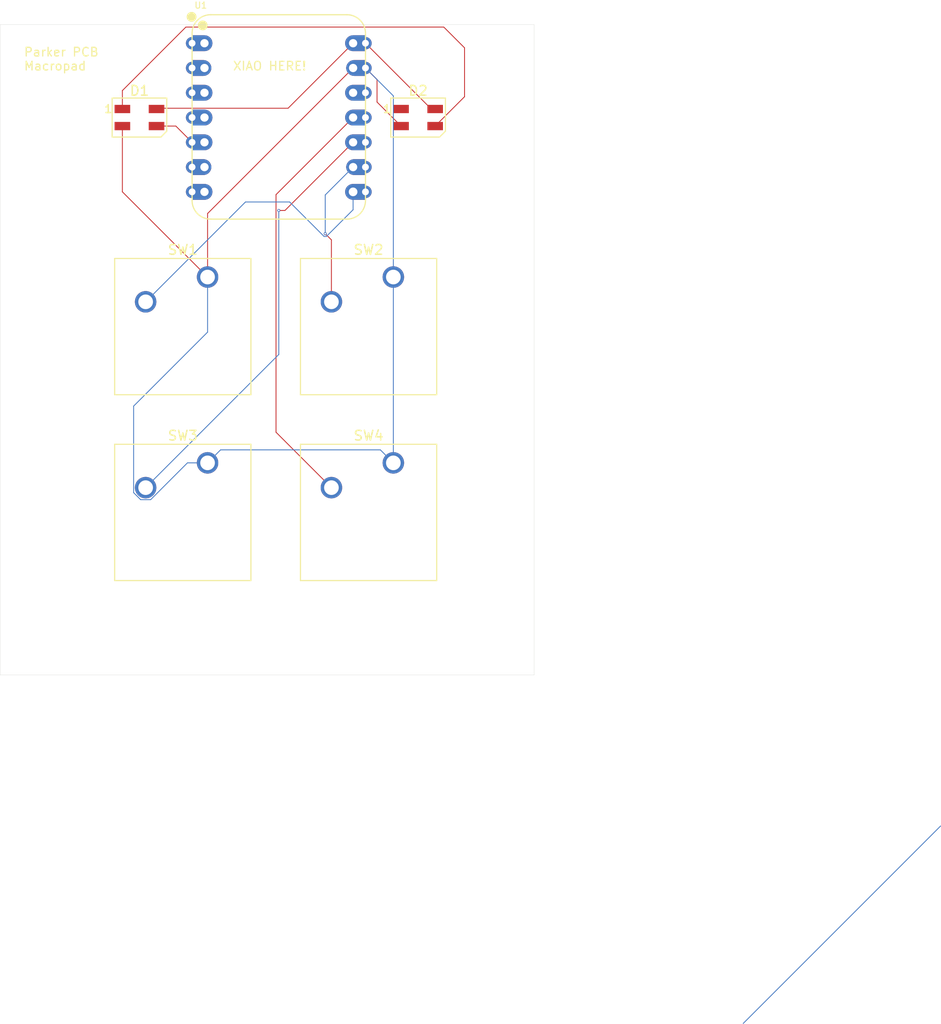
<source format=kicad_pcb>
(kicad_pcb (version 20241229) (generator "pcbnew") (generator_version "9.0")
  (layers (0 "F.Cu" signal) (4 "In1.Cu" signal) (6 "In2.Cu" jumper) (2 "B.Cu" power) (13 "F.Paste" user) (15 "B.Paste" user) (5 "F.SilkS" user "F.Silkscreen") (7 "B.SilkS" user "B.Silkscreen") (1 "F.Mask" user) (3 "B.Mask" user) (25 "Edge.Cuts" user))
  (net 0 "")
  (net 1 "Net-(D1-DIN)")
  (net 2 "Net-(D1-DOUT)")
  (net 3 "GND")
  (net 4 "+5V")
  (net 6 "Net-(U1-GPIO1{slash}RX)")
  (net 7 "Net-(U1-GPIO2{slash}SCK)")
  (net 8 "Net-(U1-GPIO4{slash}MISO)")
  (net 9 "Net-(U1-GPIO3{slash}MOSI)")
  (net 10 "VCC_3V3")
  (footprint "Button_Switch_Keyboard:SW_Cherry_MX_1.00u_PCB" (layer "F.Cu") (at 106.9975 97.31375)
    (property "Reference" "SW4" (at -2.54 -2.794 0) (layer "F.SilkS"))
    (property "Value" "SW_Push")
    (fp_line (start -9.525 -1.905) (end 4.445 -1.905) (stroke (width 0.12)) (layer "F.SilkS"))
    (fp_line (start -9.525 12.065) (end -9.525 -1.905) (stroke (width 0.12)) (layer "F.SilkS"))
    (fp_line (start 4.445 -1.905) (end 4.445 12.065) (stroke (width 0.12)) (layer "F.SilkS"))
    (fp_line (start 4.445 12.065) (end -9.525 12.065) (stroke (width 0.12)) (layer "F.SilkS"))
    (pad "" np_thru_hole circle (at -7.62 5.08) (size 1.7 1.7) (drill 1.7) (layers "*.Cu" "*.Mask"))
    (pad "" np_thru_hole circle (at -2.54 5.08) (size 4 4) (drill 4) (layers "*.Cu" "*.Mask"))
    (pad "" np_thru_hole circle (at 2.54 5.08) (size 1.7 1.7) (drill 1.7) (layers "*.Cu" "*.Mask"))
    (pad "1" thru_hole circle (at 0 0) (size 2.2 2.2) (drill 1.5) (layers "*.Cu" "*.Mask") (net 3 "GND"))
    (pad "2" thru_hole circle (at -6.35 2.54) (size 2.2 2.2) (drill 1.5) (layers "*.Cu" "*.Mask") (net 9 "Net-(U1-GPIO3{slash}MOSI)"))
  )
  (footprint "Button_Switch_Keyboard:SW_Cherry_MX_1.00u_PCB" (layer "F.Cu") (at 87.9475 78.26375)
    (property "Reference" "SW1" (at -2.54 -2.794 0) (layer "F.SilkS"))
    (property "Value" "SW_Push")
    (fp_line (start -9.525 -1.905) (end 4.445 -1.905) (stroke (width 0.12)) (layer "F.SilkS"))
    (fp_line (start -9.525 12.065) (end -9.525 -1.905) (stroke (width 0.12)) (layer "F.SilkS"))
    (fp_line (start 4.445 -1.905) (end 4.445 12.065) (stroke (width 0.12)) (layer "F.SilkS"))
    (fp_line (start 4.445 12.065) (end -9.525 12.065) (stroke (width 0.12)) (layer "F.SilkS"))
    (pad "" np_thru_hole circle (at -7.62 5.08) (size 1.7 1.7) (drill 1.7) (layers "*.Cu" "*.Mask"))
    (pad "" np_thru_hole circle (at -2.54 5.08) (size 4 4) (drill 4) (layers "*.Cu" "*.Mask"))
    (pad "" np_thru_hole circle (at 2.54 5.08) (size 1.7 1.7) (drill 1.7) (layers "*.Cu" "*.Mask"))
    (pad "1" thru_hole circle (at 0 0) (size 2.2 2.2) (drill 1.5) (layers "*.Cu" "*.Mask") (net 3 "GND"))
    (pad "2" thru_hole circle (at -6.35 2.54) (size 2.2 2.2) (drill 1.5) (layers "*.Cu" "*.Mask") (net 6 "Net-(U1-GPIO1{slash}RX)"))
  )
  (footprint "Button_Switch_Keyboard:SW_Cherry_MX_1.00u_PCB" (layer "F.Cu") (at 87.9475 97.31375)
    (property "Reference" "SW3" (at -2.54 -2.794 0) (layer "F.SilkS"))
    (property "Value" "SW_Push")
    (fp_line (start -9.525 -1.905) (end 4.445 -1.905) (stroke (width 0.12)) (layer "F.SilkS"))
    (fp_line (start -9.525 12.065) (end -9.525 -1.905) (stroke (width 0.12)) (layer "F.SilkS"))
    (fp_line (start 4.445 -1.905) (end 4.445 12.065) (stroke (width 0.12)) (layer "F.SilkS"))
    (fp_line (start 4.445 12.065) (end -9.525 12.065) (stroke (width 0.12)) (layer "F.SilkS"))
    (pad "" np_thru_hole circle (at -7.62 5.08) (size 1.7 1.7) (drill 1.7) (layers "*.Cu" "*.Mask"))
    (pad "" np_thru_hole circle (at -2.54 5.08) (size 4 4) (drill 4) (layers "*.Cu" "*.Mask"))
    (pad "" np_thru_hole circle (at 2.54 5.08) (size 1.7 1.7) (drill 1.7) (layers "*.Cu" "*.Mask"))
    (pad "1" thru_hole circle (at 0 0) (size 2.2 2.2) (drill 1.5) (layers "*.Cu" "*.Mask") (net 3 "GND"))
    (pad "2" thru_hole circle (at -6.35 2.54) (size 2.2 2.2) (drill 1.5) (layers "*.Cu" "*.Mask") (net 8 "Net-(U1-GPIO4{slash}MISO)"))
  )
  (footprint "LED_SMD:LED_SK6812MINI_PLCC4_3.5x3.5mm_P1.75mm" (layer "F.Cu") (at 109.5375 61.9125)
    (property "Reference" "D2" (at 0 -2.75 0) (layer "F.SilkS"))
    (property "Value" "SK6812MINI")
    (fp_line (start -2.8 -2) (end -2.8 2) (stroke (width 0.12)) (layer "F.SilkS"))
    (fp_line (start -2.8 -2) (end 2.8 -2) (stroke (width 0.12)) (layer "F.SilkS"))
    (fp_line (start -2.8 2) (end 2.2 2) (stroke (width 0.12)) (layer "F.SilkS"))
    (fp_line (start 2.8 1.4) (end 2.2 2) (stroke (width 0.12)) (layer "F.SilkS"))
    (fp_line (start 2.8 1.4) (end 2.8 -2) (stroke (width 0.12)) (layer "F.SilkS"))
    (fp_text user "1" (at -3.2 -0.875 0) (layer "F.SilkS") (effects (font (size 0.8 0.8))))
    (pad "1" smd rect (at -1.75 -0.875) (size 1.6 0.85) (layers "F.Cu" "F.Mask" "F.Paste"))
    (pad "2" smd rect (at -1.75 0.875) (size 1.6 0.85) (layers "F.Cu" "F.Mask" "F.Paste") (net 3 "GND"))
    (pad "3" smd rect (at 1.75 0.875) (size 1.6 0.85) (layers "F.Cu" "F.Mask" "F.Paste") (net 2 "Net-(D1-DOUT)"))
    (pad "4" smd rect (at 1.75 -0.875) (size 1.6 0.85) (layers "F.Cu" "F.Mask" "F.Paste") (net 4 "+5V"))
  )
  (footprint "LED_SMD:LED_SK6812MINI_PLCC4_3.5x3.5mm_P1.75mm" (layer "F.Cu") (at 80.9625 61.9125)
    (property "Reference" "D1" (at 0 -2.75 0) (layer "F.SilkS"))
    (property "Value" "SK6812MINI")
    (fp_line (start -2.8 -2) (end -2.8 2) (stroke (width 0.12)) (layer "F.SilkS"))
    (fp_line (start -2.8 -2) (end 2.8 -2) (stroke (width 0.12)) (layer "F.SilkS"))
    (fp_line (start -2.8 2) (end 2.2 2) (stroke (width 0.12)) (layer "F.SilkS"))
    (fp_line (start 2.8 1.4) (end 2.2 2) (stroke (width 0.12)) (layer "F.SilkS"))
    (fp_line (start 2.8 1.4) (end 2.8 -2) (stroke (width 0.12)) (layer "F.SilkS"))
    (fp_text user "1" (at -3.2 -0.875 0) (layer "F.SilkS") (effects (font (size 0.8 0.8))))
    (pad "1" smd rect (at -1.75 -0.875) (size 1.6 0.85) (layers "F.Cu" "F.Mask" "F.Paste") (net 2 "Net-(D1-DOUT)"))
    (pad "2" smd rect (at -1.75 0.875) (size 1.6 0.85) (layers "F.Cu" "F.Mask" "F.Paste") (net 3 "GND"))
    (pad "3" smd rect (at 1.75 0.875) (size 1.6 0.85) (layers "F.Cu" "F.Mask" "F.Paste") (net 1 "Net-(D1-DIN)"))
    (pad "4" smd rect (at 1.75 -0.875) (size 1.6 0.85) (layers "F.Cu" "F.Mask" "F.Paste") (net 4 "+5V"))
  )
  (footprint "Seeed Studio XIAO Series Library:XIAO-Add-On" (layer "F.Cu") (at 95.25 61.9125)
    (property "Reference" "U1" (at -8 -11.5 0) (layer "F.SilkS") (effects (font (size 0.635 0.635) (thickness 0.1016))))
    (property "Value" "XIAO-RP2040-DIP")
    (fp_line (start -8.89 8.509) (end -8.89 -8.636) (stroke (width 0.127)) (layer "F.SilkS"))
    (fp_line (start -6.985 10.414) (end 6.985 10.414) (stroke (width 0.127)) (layer "F.SilkS"))
    (fp_line (start 6.985 -10.541) (end -6.985 -10.541) (stroke (width 0.127)) (layer "F.SilkS"))
    (fp_line (start 8.89 8.509) (end 8.89 -8.636) (stroke (width 0.127)) (layer "F.SilkS"))
    (fp_arc (start -8.89 -8.636) (mid -8.332038 -9.983038) (end -6.985 -10.541) (stroke (width 0.127)) (layer "F.SilkS"))
    (fp_arc (start -6.985 10.414) (mid -8.332038 9.856038) (end -8.89 8.509) (stroke (width 0.127)) (layer "F.SilkS"))
    (fp_arc (start 6.985 -10.541) (mid 8.332038 -9.983038) (end 8.89 -8.636) (stroke (width 0.127)) (layer "F.SilkS"))
    (fp_arc (start 8.89 8.509) (mid 8.332038 9.856038) (end 6.985 10.414) (stroke (width 0.127)) (layer "F.SilkS"))
    (fp_circle (center -8.942 -10.324) (end -8.942 -10.578) (stroke (width 0.5)) (fill yes) (layer "F.SilkS"))
    (fp_circle (center -7.799 -9.444) (end -7.799 -9.698) (stroke (width 0.5)) (fill yes) (layer "F.SilkS"))
    (pad "1" thru_hole circle (at -8.89 -7.62 270) (size 1.27 1.27) (drill 0.7) (layers "*.Cu" "*.Mask"))
    (pad "1" smd custom (at -8.278 -7.62 90) (size 1.626 1.325) (layers "F.Cu" "F.Mask" "F.Paste") (options (clearance outline) (anchor rect)) (primitives (gr_circle (center 0 0.663) (end 0.813 0.663) (width 0) (fill yes))))
    (pad "1" smd custom (at -8.278 -7.62 90) (size 1.626 1.325) (layers "B.Cu" "B.Mask" "B.Paste") (options (clearance outline) (anchor rect)) (primitives (gr_circle (center 0 0.663) (end -0.813 0.663) (width 0) (fill yes))))
    (pad "1" thru_hole roundrect (at -7.62 -7.62) (size 1.5 1.5) (drill 0.85) (layers "*.Cu" "*.Mask") (chamfer_ratio 0.2928932188) (chamfer top_left top_right bottom_left bottom_right))
    (pad "2" thru_hole circle (at -8.89 -5.08 270) (size 1.27 1.27) (drill 0.7) (layers "*.Cu" "*.Mask"))
    (pad "2" smd custom (at -8.337 -5.08 90) (size 1.626 1.208) (layers "F.Cu" "F.Mask" "F.Paste") (options (clearance outline) (anchor rect)) (primitives (gr_circle (center 0 0.6045) (end 0.813 0.6045) (width 0) (fill yes))))
    (pad "2" smd custom (at -8.337 -5.08 90) (size 1.626 1.208) (layers "B.Cu" "B.Mask" "B.Paste") (options (clearance outline) (anchor rect)) (primitives (gr_circle (center 0 0.6045) (end -0.813 0.6045) (width 0) (fill yes))))
    (pad "2" thru_hole circle (at -7.62 -5.08) (size 1.4 1.4) (drill 0.85) (layers "*.Cu"))
    (pad "3" thru_hole circle (at -8.89 -2.54 270) (size 1.27 1.27) (drill 0.7) (layers "*.Cu" "*.Mask"))
    (pad "3" smd custom (at -8.278 -2.54 90) (size 1.626 1.325) (layers "F.Cu" "F.Mask" "F.Paste") (options (clearance outline) (anchor rect)) (primitives (gr_circle (center 0 0.663) (end 0.813 0.663) (width 0) (fill yes))))
    (pad "3" smd custom (at -8.278 -2.54 90) (size 1.626 1.325) (layers "B.Cu" "B.Mask" "B.Paste") (options (clearance outline) (anchor rect)) (primitives (gr_circle (center 0 0.663) (end -0.813 0.663) (width 0) (fill yes))))
    (pad "3" thru_hole circle (at -7.62 -2.54) (size 1.5 1.5) (drill 0.85) (layers "*.Cu" "*.Mask"))
    (pad "4" thru_hole circle (at -8.89 0 270) (size 1.27 1.27) (drill 0.7) (layers "*.Cu" "*.Mask"))
    (pad "4" smd custom (at -8.278 0 90) (size 1.626 1.325) (layers "F.Cu" "F.Mask" "F.Paste") (options (clearance outline) (anchor rect)) (primitives (gr_circle (center 0 0.663) (end 0.813 0.663) (width 0) (fill yes))))
    (pad "4" smd custom (at -8.278 0 90) (size 1.626 1.325) (layers "B.Cu" "B.Mask" "B.Paste") (options (clearance outline) (anchor rect)) (primitives (gr_circle (center 0 0.663) (end -0.813 0.663) (width 0) (fill yes))))
    (pad "4" thru_hole circle (at -7.62 0) (size 1.5 1.5) (drill 0.85) (layers "*.Cu" "*.Mask"))
    (pad "5" thru_hole circle (at -8.89 2.54 270) (size 1.27 1.27) (drill 0.7) (layers "*.Cu" "*.Mask") (net 1 "Net-(D1-DIN)"))
    (pad "5" smd custom (at -8.278 2.54 90) (size 1.626 1.325) (layers "F.Cu" "F.Mask" "F.Paste") (net 1 "Net-(D1-DIN)") (options (clearance outline) (anchor rect)) (primitives (gr_circle (center 0 0.663) (end 0.813 0.663) (width 0) (fill yes))))
    (pad "5" smd custom (at -8.278 2.54 90) (size 1.626 1.325) (layers "B.Cu" "B.Mask" "B.Paste") (net 1 "Net-(D1-DIN)") (options (clearance outline) (anchor rect)) (primitives (gr_circle (center 0 0.663) (end -0.813 0.663) (width 0) (fill yes))))
    (pad "5" thru_hole circle (at -7.62 2.54) (size 1.5 1.5) (drill 0.85) (layers "*.Cu" "*.Mask") (net 1 "Net-(D1-DIN)"))
    (pad "6" thru_hole circle (at -8.89 5.08 270) (size 1.27 1.27) (drill 0.7) (layers "*.Cu" "*.Mask"))
    (pad "6" smd custom (at -8.337 5.08 90) (size 1.626 1.208) (layers "F.Cu" "F.Mask" "F.Paste") (options (clearance outline) (anchor rect)) (primitives (gr_circle (center 0 0.6045) (end 0.813 0.6045) (width 0) (fill yes))))
    (pad "6" smd custom (at -8.337 5.08 90) (size 1.626 1.208) (layers "B.Cu" "B.Mask" "B.Paste") (options (clearance outline) (anchor rect)) (primitives (gr_circle (center 0 0.6045) (end -0.813 0.6045) (width 0) (fill yes))))
    (pad "6" thru_hole circle (at -7.62 5.08) (size 1.4 1.4) (drill 0.85) (layers "*.Cu"))
    (pad "7" thru_hole circle (at -8.89 7.62 270) (size 1.27 1.27) (drill 0.7) (layers "*.Cu" "*.Mask"))
    (pad "7" smd custom (at -8.278 7.62 90) (size 1.626 1.325) (layers "F.Cu" "F.Mask" "F.Paste") (options (clearance outline) (anchor rect)) (primitives (gr_circle (center 0 0.663) (end 0.813 0.663) (width 0) (fill yes))))
    (pad "7" smd custom (at -8.278 7.62 90) (size 1.626 1.325) (layers "B.Cu" "B.Mask" "B.Paste") (options (clearance outline) (anchor rect)) (primitives (gr_circle (center 0 0.663) (end -0.813 0.663) (width 0) (fill yes))))
    (pad "7" thru_hole circle (at -7.62 7.62) (size 1.5 1.5) (drill 0.85) (layers "*.Cu" "*.Mask"))
    (pad "8" thru_hole circle (at 7.62 7.62) (size 1.524 1.524) (drill 0.889) (layers "*.Cu" "*.Mask") (net 6 "Net-(U1-GPIO1{slash}RX)"))
    (pad "8" smd custom (at 8.278 7.62 270) (size 1.626 1.325) (layers "F.Cu" "F.Mask" "F.Paste") (net 6 "Net-(U1-GPIO1{slash}RX)") (options (clearance outline) (anchor rect)) (primitives (gr_circle (center 0 0.663) (end 0.813 0.663) (width 0) (fill yes))))
    (pad "8" smd custom (at 8.278 7.62 270) (size 1.626 1.325) (layers "B.Cu" "B.Mask" "B.Paste") (net 6 "Net-(U1-GPIO1{slash}RX)") (options (clearance outline) (anchor rect)) (primitives (gr_circle (center 0 0.663) (end -0.813 0.663) (width 0) (fill yes))))
    (pad "8" thru_hole circle (at 8.89 7.62 90) (size 1.27 1.27) (drill 0.7) (layers "*.Cu" "*.Mask") (net 6 "Net-(U1-GPIO1{slash}RX)"))
    (pad "9" thru_hole circle (at 7.62 5.08 180) (size 1.4 1.4) (drill 0.85) (layers "*.Cu") (net 7 "Net-(U1-GPIO2{slash}SCK)"))
    (pad "9" smd custom (at 8.337 5.08 270) (size 1.626 1.208) (layers "F.Cu" "F.Mask" "F.Paste") (net 7 "Net-(U1-GPIO2{slash}SCK)") (options (clearance outline) (anchor rect)) (primitives (gr_circle (center 0 0.6045) (end 0.813 0.6045) (width 0) (fill yes))))
    (pad "9" smd custom (at 8.337 5.08 270) (size 1.626 1.208) (layers "B.Cu" "B.Mask" "B.Paste") (net 7 "Net-(U1-GPIO2{slash}SCK)") (options (clearance outline) (anchor rect)) (primitives (gr_circle (center 0 0.6045) (end -0.813 0.6045) (width 0) (fill yes))))
    (pad "9" thru_hole circle (at 8.89 5.08 90) (size 1.27 1.27) (drill 0.7) (layers "*.Cu" "*.Mask") (net 7 "Net-(U1-GPIO2{slash}SCK)"))
    (pad "10" thru_hole circle (at 7.62 2.54 180) (size 1.5 1.5) (drill 0.85) (layers "*.Cu" "*.Mask") (net 8 "Net-(U1-GPIO4{slash}MISO)"))
    (pad "10" smd custom (at 8.278 2.54 270) (size 1.626 1.325) (layers "F.Cu" "F.Mask" "F.Paste") (net 8 "Net-(U1-GPIO4{slash}MISO)") (options (clearance outline) (anchor rect)) (primitives (gr_circle (center 0 0.663) (end 0.813 0.663) (width 0) (fill yes))))
    (pad "10" smd custom (at 8.278 2.54 270) (size 1.626 1.325) (layers "B.Cu" "B.Mask" "B.Paste") (net 8 "Net-(U1-GPIO4{slash}MISO)") (options (clearance outline) (anchor rect)) (primitives (gr_circle (center 0 0.663) (end -0.813 0.663) (width 0) (fill yes))))
    (pad "10" thru_hole circle (at 8.89 2.54 90) (size 1.27 1.27) (drill 0.7) (layers "*.Cu" "*.Mask") (net 8 "Net-(U1-GPIO4{slash}MISO)"))
    (pad "11" thru_hole circle (at 7.62 0 180) (size 1.5 1.5) (drill 0.85) (layers "*.Cu" "*.Mask") (net 9 "Net-(U1-GPIO3{slash}MOSI)"))
    (pad "11" smd custom (at 8.278 0 270) (size 1.626 1.325) (layers "F.Cu" "F.Mask" "F.Paste") (net 9 "Net-(U1-GPIO3{slash}MOSI)") (options (clearance outline) (anchor rect)) (primitives (gr_circle (center 0 0.663) (end 0.813 0.663) (width 0) (fill yes))))
    (pad "11" smd custom (at 8.278 0 270) (size 1.626 1.325) (layers "B.Cu" "B.Mask" "B.Paste") (net 9 "Net-(U1-GPIO3{slash}MOSI)") (options (clearance outline) (anchor rect)) (primitives (gr_circle (center 0 0.663) (end -0.813 0.663) (width 0) (fill yes))))
    (pad "11" thru_hole circle (at 8.89 0 90) (size 1.27 1.27) (drill 0.7) (layers "*.Cu" "*.Mask") (net 9 "Net-(U1-GPIO3{slash}MOSI)"))
    (pad "12" thru_hole circle (at 7.62 -2.54 180) (size 1.5 1.5) (drill 0.85) (layers "*.Cu" "*.Mask"))
    (pad "12" smd custom (at 8.278 -2.54 270) (size 1.626 1.325) (layers "F.Cu" "F.Mask" "F.Paste") (options (clearance outline) (anchor rect)) (primitives (gr_circle (center 0 0.663) (end 0.813 0.663) (width 0) (fill yes))))
    (pad "12" smd custom (at 8.278 -2.54 270) (size 1.626 1.325) (layers "B.Cu" "B.Mask" "B.Paste") (options (clearance outline) (anchor rect)) (primitives (gr_circle (center 0 0.663) (end -0.813 0.663) (width 0) (fill yes))))
    (pad "12" thru_hole circle (at 8.89 -2.54 90) (size 1.27 1.27) (drill 0.7) (layers "*.Cu" "*.Mask"))
    (pad "13" thru_hole circle (at 7.62 -5.08 180) (size 1.4 1.4) (drill 0.85) (layers "*.Cu") (net 3 "GND"))
    (pad "13" smd custom (at 8.337 -5.08 270) (size 1.626 1.208) (layers "F.Cu" "F.Mask" "F.Paste") (net 3 "GND") (options (clearance outline) (anchor rect)) (primitives (gr_circle (center 0 0.6045) (end 0.813 0.6045) (width 0) (fill yes))))
    (pad "13" smd custom (at 8.337 -5.08 270) (size 1.626 1.208) (layers "B.Cu" "B.Mask" "B.Paste") (net 3 "GND") (options (clearance outline) (anchor rect)) (primitives (gr_circle (center 0 0.6045) (end -0.813 0.6045) (width 0) (fill yes))))
    (pad "13" thru_hole circle (at 8.89 -5.08 90) (size 1.27 1.27) (drill 0.7) (layers "*.Cu" "*.Mask") (net 3 "GND"))
    (pad "14" thru_hole circle (at 7.62 -7.62 180) (size 1.5 1.5) (drill 0.85) (layers "*.Cu" "*.Mask") (net 4 "+5V"))
    (pad "14" smd custom (at 8.278 -7.62 270) (size 1.626 1.325) (layers "F.Cu" "F.Mask" "F.Paste") (net 4 "+5V") (options (clearance outline) (anchor rect)) (primitives (gr_circle (center 0 0.663) (end 0.813 0.663) (width 0) (fill yes))))
    (pad "14" smd custom (at 8.278 -7.62 270) (size 1.626 1.325) (layers "B.Cu" "B.Mask" "B.Paste") (net 4 "+5V") (options (clearance outline) (anchor rect)) (primitives (gr_circle (center 0 0.663) (end -0.813 0.663) (width 0) (fill yes))))
    (pad "14" thru_hole circle (at 8.89 -7.62 90) (size 1.27 1.27) (drill 0.7) (layers "*.Cu" "*.Mask") (net 4 "+5V"))
  )
  (footprint "Button_Switch_Keyboard:SW_Cherry_MX_1.00u_PCB" (layer "F.Cu") (at 106.9975 78.26375)
    (property "Reference" "SW2" (at -2.54 -2.794 0) (layer "F.SilkS"))
    (property "Value" "SW_Push")
    (fp_line (start -9.525 -1.905) (end 4.445 -1.905) (stroke (width 0.12)) (layer "F.SilkS"))
    (fp_line (start -9.525 12.065) (end -9.525 -1.905) (stroke (width 0.12)) (layer "F.SilkS"))
    (fp_line (start 4.445 -1.905) (end 4.445 12.065) (stroke (width 0.12)) (layer "F.SilkS"))
    (fp_line (start 4.445 12.065) (end -9.525 12.065) (stroke (width 0.12)) (layer "F.SilkS"))
    (pad "" np_thru_hole circle (at -7.62 5.08) (size 1.7 1.7) (drill 1.7) (layers "*.Cu" "*.Mask"))
    (pad "" np_thru_hole circle (at -2.54 5.08) (size 4 4) (drill 4) (layers "*.Cu" "*.Mask"))
    (pad "" np_thru_hole circle (at 2.54 5.08) (size 1.7 1.7) (drill 1.7) (layers "*.Cu" "*.Mask"))
    (pad "1" thru_hole circle (at 0 0) (size 2.2 2.2) (drill 1.5) (layers "*.Cu" "*.Mask") (net 3 "GND"))
    (pad "2" thru_hole circle (at -6.35 2.54) (size 2.2 2.2) (drill 1.5) (layers "*.Cu" "*.Mask") (net 7 "Net-(U1-GPIO2{slash}SCK)"))
  )
  (gr_rect (start 66.675 52.3875) (end 121.44375 119.0625) (stroke (width 0.0254)) (fill no) (layer "Edge.Cuts"))
  (gr_text "XIAO HERE!" (at 90.4875 57.15 0) (layer "F.SilkS") (effects (font (size 0.889 0.889) (thickness 0.127)) (justify left bottom)))
  (gr_text "Parker PCB \nMacropad" (at 69.05625 57.15 0) (layer "F.SilkS") (effects (font (size 0.889 0.889) (thickness 0.127)) (justify left bottom)))
  (segment (start 82.7125 62.7875) (end 84.695 62.7875) (width 0.0889) (layer "F.Cu") (net 1))
  (segment (start 84.695 62.7875) (end 86.36 64.4525) (width 0.0889) (layer "F.Cu") (net 1))
  (segment (start 79.2125 59.14865) (end 85.725 52.63615) (width 0.0889) (layer "F.Cu") (net 2))
  (segment (start 114.3 59.775) (end 111.2875 62.7875) (width 0.0889) (layer "F.Cu") (net 2))
  (segment (start 79.2125 61.0375) (end 79.2125 59.14865) (width 0.0889) (layer "F.Cu") (net 2))
  (segment (start 85.725 52.63615) (end 112.1674 52.63615) (width 0.0889) (layer "F.Cu") (net 2))
  (segment (start 114.3 54.76875) (end 114.3 59.775) (width 0.0889) (layer "F.Cu") (net 2))
  (segment (start 112.1674 52.63615) (end 114.3 54.76875) (width 0.0889) (layer "F.Cu") (net 2))
  (segment (start 105.32485 60.32485) (end 105.32485 58.01735) (width 0.0889) (layer "F.Cu") (net 3))
  (segment (start 105.32485 58.01735) (end 104.14 56.8325) (width 0.0889) (layer "F.Cu") (net 3))
  (segment (start 87.9475 71.755) (end 102.87 56.8325) (width 0.0889) (layer "F.Cu") (net 3))
  (segment (start 79.2125 62.7875) (end 79.2125 69.52875) (width 0.0889) (layer "F.Cu") (net 3))
  (segment (start 87.9475 78.26375) (end 87.9475 71.755) (width 0.0889) (layer "F.Cu") (net 3))
  (segment (start 107.7875 62.7875) (end 105.32485 60.32485) (width 0.0889) (layer "F.Cu") (net 3))
  (segment (start 79.2125 69.52875) (end 87.9475 78.26375) (width 0.0889) (layer "F.Cu") (net 3))
  (segment (start 81.086215 101.0881) (end 80.36315 100.365035) (width 0.0889) (layer "B.Cu") (net 3))
  (segment (start 106.9975 97.31375) (end 105.662862 95.979112) (width 0.0889) (layer "B.Cu") (net 3))
  (segment (start 82.108785 101.0881) (end 81.086215 101.0881) (width 0.0889) (layer "B.Cu") (net 3))
  (segment (start 87.9475 83.911979) (end 87.9475 78.26375) (width 0.0889) (layer "B.Cu") (net 3))
  (segment (start 80.36315 100.365035) (end 80.36315 91.496329) (width 0.0889) (layer "B.Cu") (net 3))
  (segment (start 87.9475 97.31375) (end 85.883135 97.31375) (width 0.0889) (layer "B.Cu") (net 3))
  (segment (start 105.662862 95.979112) (end 89.282138 95.979112) (width 0.0889) (layer "B.Cu") (net 3))
  (segment (start 89.282138 95.979112) (end 87.9475 97.31375) (width 0.0889) (layer "B.Cu") (net 3))
  (segment (start 106.9975 59.69) (end 104.14 56.8325) (width 0.0889) (layer "B.Cu") (net 3))
  (segment (start 85.883135 97.31375) (end 82.108785 101.0881) (width 0.0889) (layer "B.Cu") (net 3))
  (segment (start 80.36315 91.496329) (end 87.9475 83.911979) (width 0.0889) (layer "B.Cu") (net 3))
  (segment (start 106.9975 78.26375) (end 106.9975 59.69) (width 0.0889) (layer "B.Cu") (net 3))
  (segment (start 106.9975 97.31375) (end 106.9975 78.26375) (width 0.0889) (layer "B.Cu") (net 3))
  (segment (start 82.7125 61.0375) (end 82.78985 60.96015) (width 0.0889) (layer "F.Cu") (net 4))
  (segment (start 96.20235 60.96015) (end 102.87 54.2925) (width 0.0889) (layer "F.Cu") (net 4))
  (segment (start 111.2875 61.0375) (end 110.885 61.0375) (width 0.0889) (layer "F.Cu") (net 4))
  (segment (start 82.78985 60.96015) (end 96.20235 60.96015) (width 0.0889) (layer "F.Cu") (net 4))
  (segment (start 110.885 61.0375) (end 104.14 54.2925) (width 0.0889) (layer "F.Cu") (net 4))
  (segment (start 96.3611 70.569482) (end 99.894718 74.1031) (width 0.0889) (layer "B.Cu") (net 6))
  (segment (start 99.894718 74.1031) (end 100.130282 74.1031) (width 0.0889) (layer "B.Cu") (net 6))
  (segment (start 81.5975 80.80375) (end 91.831768 70.569482) (width 0.0889) (layer "B.Cu") (net 6))
  (segment (start 102.87 71.363382) (end 102.87 69.5325) (width 0.0889) (layer "B.Cu") (net 6))
  (segment (start 91.831768 70.569482) (end 96.3611 70.569482) (width 0.0889) (layer "B.Cu") (net 6))
  (segment (start 100.130282 74.1031) (end 102.87 71.363382) (width 0.0889) (layer "B.Cu") (net 6))
  (segment (start 100.6475 74.45375) (end 100.0125 73.81875) (width 0.0889) (layer "F.Cu") (net 7))
  (segment (start 100.6475 80.80375) (end 100.6475 74.45375) (width 0.0889) (layer "F.Cu") (net 7))
  (via (at 100.0125 73.81875) (size 0.3) (drill 0.15) (layers "F.Cu" "B.Cu") (net 7))
  (segment (start 100.0125 73.81875) (end 100.0125 69.85) (width 0.0889) (layer "B.Cu") (net 7))
  (segment (start 100.0125 69.85) (end 102.87 66.9925) (width 0.0889) (layer "B.Cu") (net 7))
  (segment (start 95.885 71.4375) (end 95.25 71.4375) (width 0.0889) (layer "F.Cu") (net 8))
  (segment (start 102.87 64.4525) (end 95.885 71.4375) (width 0.0889) (layer "F.Cu") (net 8))
  (via (at 95.25 71.4375) (size 0.3) (drill 0.15) (layers "F.Cu" "B.Cu") (net 8))
  (segment (start 95.25 71.4375) (end 95.25 86.20125) (width 0.0889) (layer "B.Cu") (net 8))
  (segment (start 95.25 86.20125) (end 81.5975 99.85375) (width 0.0889) (layer "B.Cu") (net 8))
  (segment (start 94.96565 94.1719) (end 94.96565 69.81685) (width 0.0889) (layer "F.Cu") (net 9))
  (segment (start 100.6475 99.85375) (end 94.96565 94.1719) (width 0.0889) (layer "F.Cu") (net 9))
  (segment (start 94.96565 69.81685) (end 102.87 61.9125) (width 0.0889) (layer "F.Cu") (net 9))
  (segment (start 142.875 154.78125) (end 163.115625 134.540625) (width 0.0889) (layer "B.Cu") (net 10))
)
</source>
